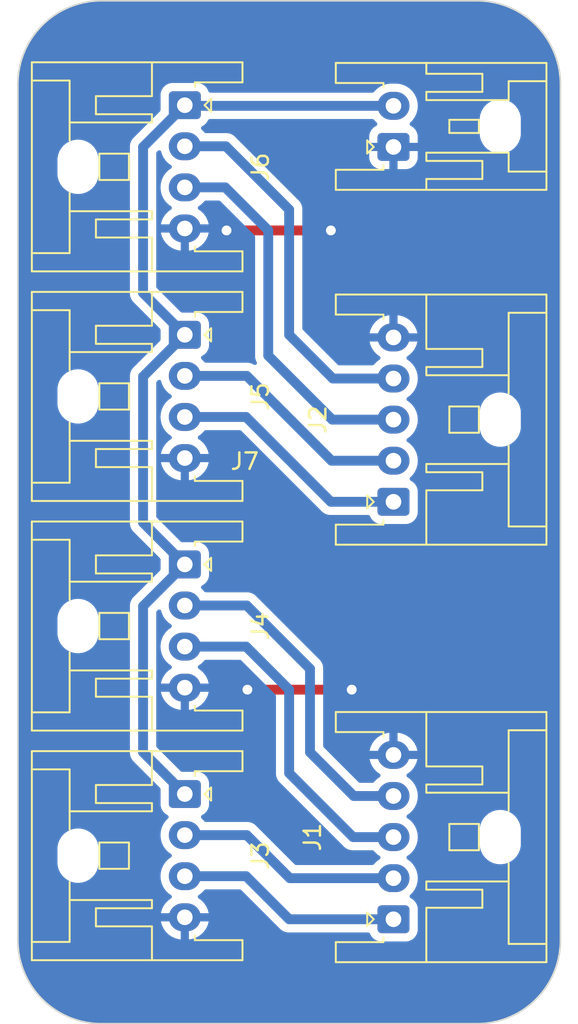
<source format=kicad_pcb>
(kicad_pcb (version 20221018) (generator pcbnew)
  (layers (0 "F.Cu" signal) (31 "B.Cu" signal) (34 "B.Paste" user) (35 "F.Paste" user) (36 "B.SilkS" user "B.Silkscreen") (37 "F.SilkS" user "F.Silkscreen") (38 "B.Mask" user) (39 "F.Mask" user) (44 "Edge.Cuts" user))
  (net 0 "")
  (net 1 "/EC1B_PC4")
  (net 2 "/EC1A_PC5")
  (net 3 "/EC2B_PC6")
  (net 4 "/EC2A_PC7")
  (net 5 "GND")
  (net 6 "/EC3B_PC8")
  (net 7 "/EC3A_PC9")
  (net 8 "/EC4B_PC10")
  (net 9 "/EC4A_PC11")
  (net 10 "VCC")
  (footprint "Connector_JST:JST_XA_S04B-XASK-1_1x04_P2.50mm_Horizontal" (layer "F.Cu") (at 128.27 91.44 -90)
    (fp_text reference "J5" (at 3.75 -4.6 90) (layer "F.SilkS"))
    (fp_text value "Conn_01x04_Socket")
    (fp_line (start -2.61 -3.51) (end -2.61 9.31) (stroke (width 0.12)) (layer "F.SilkS"))
    (fp_line (start -2.61 9.31) (end 10.11 9.31) (stroke (width 0.12)) (layer "F.SilkS"))
    (fp_line (start -1.5 7.01) (end 2.15 7.01) (stroke (width 0.12)) (layer "F.SilkS"))
    (fp_line (start -1.5 9.31) (end -1.5 7.01) (stroke (width 0.12)) (layer "F.SilkS"))
    (fp_line (start -1.39 -3.51) (end -2.61 -3.51) (stroke (width 0.12)) (layer "F.SilkS"))
    (fp_line (start -1.39 -0.61) (end -1.39 -3.51) (stroke (width 0.12)) (layer "F.SilkS"))
    (fp_line (start -1.11 -0.61) (end -1.39 -0.61) (stroke (width 0.12)) (layer "F.SilkS"))
    (fp_line (start -0.55 2) (end -2.61 2) (stroke (width 0.12)) (layer "F.SilkS"))
    (fp_line (start -0.55 5.41) (end -0.55 2) (stroke (width 0.12)) (layer "F.SilkS"))
    (fp_line (start -0.4 -1.6) (end 0.4 -1.6) (stroke (width 0.12)) (layer "F.SilkS"))
    (fp_line (start 0 -1.2) (end -0.4 -1.6) (stroke (width 0.12)) (layer "F.SilkS"))
    (fp_line (start 0.4 -1.6) (end 0 -1.2) (stroke (width 0.12)) (layer "F.SilkS"))
    (fp_line (start 0.55 2) (end 0.55 5.41) (stroke (width 0.12)) (layer "F.SilkS"))
    (fp_line (start 0.55 5.41) (end -0.55 5.41) (stroke (width 0.12)) (layer "F.SilkS"))
    (fp_line (start 1.05 2) (end 0.55 2) (stroke (width 0.12)) (layer "F.SilkS"))
    (fp_line (start 1.05 7.01) (end 1.05 2) (stroke (width 0.12)) (layer "F.SilkS"))
    (fp_line (start 2.95 3.4) (end 4.55 3.4) (stroke (width 0.12)) (layer "F.SilkS"))
    (fp_line (start 2.95 5.2) (end 2.95 3.4) (stroke (width 0.12)) (layer "F.SilkS"))
    (fp_line (start 4.55 3.4) (end 4.55 5.2) (stroke (width 0.12)) (layer "F.SilkS"))
    (fp_line (start 4.55 5.2) (end 2.95 5.2) (stroke (width 0.12)) (layer "F.SilkS"))
    (fp_line (start 5.35 7.01) (end 9 7.01) (stroke (width 0.12)) (layer "F.SilkS"))
    (fp_line (start 6.45 2) (end 6.95 2) (stroke (width 0.12)) (layer "F.SilkS"))
    (fp_line (start 6.45 7.01) (end 6.45 2) (stroke (width 0.12)) (layer "F.SilkS"))
    (fp_line (start 6.95 2) (end 6.95 5.41) (stroke (width 0.12)) (layer "F.SilkS"))
    (fp_line (start 6.95 5.41) (end 8.05 5.41) (stroke (width 0.12)) (layer "F.SilkS"))
    (fp_line (start 8.05 2) (end 10.11 2) (stroke (width 0.12)) (layer "F.SilkS"))
    (fp_line (start 8.05 5.41) (end 8.05 2) (stroke (width 0.12)) (layer "F.SilkS"))
    (fp_line (start 8.89 -3.51) (end 8.89 -0.61) (stroke (width 0.12)) (layer "F.SilkS"))
    (fp_line (start 8.89 -0.61) (end 8.61 -0.61) (stroke (width 0.12)) (layer "F.SilkS"))
    (fp_line (start 9 7.01) (end 9 9.31) (stroke (width 0.12)) (layer "F.SilkS"))
    (fp_line (start 10.11 -3.51) (end 8.89 -3.51) (stroke (width 0.12)) (layer "F.SilkS"))
    (fp_line (start 10.11 9.31) (end 10.11 -3.51) (stroke (width 0.12)) (layer "F.SilkS"))
    (pad "" np_thru_hole oval (at 3.75 6.5 270) (size 2.8 2) (drill oval 2.8 2) (layers "*.Cu" "*.Mask"))
    (pad "1" thru_hole roundrect (at 0 0 270) (size 1.7 1.95) (drill 0.95) (layers "*.Cu" "*.Mask") (roundrect_rratio 0.1470588235) (net 10 "VCC"))
    (pad "2" thru_hole oval (at 2.5 0 270) (size 1.7 1.95) (drill 0.95) (layers "*.Cu" "*.Mask") (net 7 "/EC3A_PC9"))
    (pad "3" thru_hole oval (at 5 0 270) (size 1.7 1.95) (drill 0.95) (layers "*.Cu" "*.Mask") (net 6 "/EC3B_PC8"))
    (pad "4" thru_hole oval (at 7.5 0 270) (size 1.7 1.95) (drill 0.95) (layers "*.Cu" "*.Mask") (net 5 "GND"))
  )
  (footprint "Connector_JST:JST_XA_S05B-XASK-1_1x05_P2.50mm_Horizontal" (layer "F.Cu") (at 140.97 127 90)
    (fp_text reference "J1" (at 5 -4.93 90) (layer "F.SilkS"))
    (fp_text value "Conn_01x05_Socket")
    (fp_line (start -2.61 -3.51) (end -2.61 9.31) (stroke (width 0.12)) (layer "F.SilkS"))
    (fp_line (start -2.61 9.31) (end 12.61 9.31) (stroke (width 0.12)) (layer "F.SilkS"))
    (fp_line (start -1.5 7.01) (end 3.4 7.01) (stroke (width 0.12)) (layer "F.SilkS"))
    (fp_line (start -1.5 9.31) (end -1.5 7.01) (stroke (width 0.12)) (layer "F.SilkS"))
    (fp_line (start -1.39 -3.51) (end -2.61 -3.51) (stroke (width 0.12)) (layer "F.SilkS"))
    (fp_line (start -1.39 -0.61) (end -1.39 -3.51) (stroke (width 0.12)) (layer "F.SilkS"))
    (fp_line (start -1.11 -0.61) (end -1.39 -0.61) (stroke (width 0.12)) (layer "F.SilkS"))
    (fp_line (start -0.4 -1.6) (end 0.4 -1.6) (stroke (width 0.12)) (layer "F.SilkS"))
    (fp_line (start 0 -1.2) (end -0.4 -1.6) (stroke (width 0.12)) (layer "F.SilkS"))
    (fp_line (start 0.4 -1.6) (end 0 -1.2) (stroke (width 0.12)) (layer "F.SilkS"))
    (fp_line (start 0.7 2) (end -2.61 2) (stroke (width 0.12)) (layer "F.SilkS"))
    (fp_line (start 0.7 5.41) (end 0.7 2) (stroke (width 0.12)) (layer "F.SilkS"))
    (fp_line (start 1.8 2) (end 1.8 5.41) (stroke (width 0.12)) (layer "F.SilkS"))
    (fp_line (start 1.8 5.41) (end 0.7 5.41) (stroke (width 0.12)) (layer "F.SilkS"))
    (fp_line (start 2.3 2) (end 1.8 2) (stroke (width 0.12)) (layer "F.SilkS"))
    (fp_line (start 2.3 7.01) (end 2.3 2) (stroke (width 0.12)) (layer "F.SilkS"))
    (fp_line (start 4.2 3.4) (end 5.8 3.4) (stroke (width 0.12)) (layer "F.SilkS"))
    (fp_line (start 4.2 5.2) (end 4.2 3.4) (stroke (width 0.12)) (layer "F.SilkS"))
    (fp_line (start 5.8 3.4) (end 5.8 5.2) (stroke (width 0.12)) (layer "F.SilkS"))
    (fp_line (start 5.8 5.2) (end 4.2 5.2) (stroke (width 0.12)) (layer "F.SilkS"))
    (fp_line (start 6.6 7.01) (end 11.5 7.01) (stroke (width 0.12)) (layer "F.SilkS"))
    (fp_line (start 7.7 2) (end 8.2 2) (stroke (width 0.12)) (layer "F.SilkS"))
    (fp_line (start 7.7 7.01) (end 7.7 2) (stroke (width 0.12)) (layer "F.SilkS"))
    (fp_line (start 8.2 2) (end 8.2 5.41) (stroke (width 0.12)) (layer "F.SilkS"))
    (fp_line (start 8.2 5.41) (end 9.3 5.41) (stroke (width 0.12)) (layer "F.SilkS"))
    (fp_line (start 9.3 2) (end 12.61 2) (stroke (width 0.12)) (layer "F.SilkS"))
    (fp_line (start 9.3 5.41) (end 9.3 2) (stroke (width 0.12)) (layer "F.SilkS"))
    (fp_line (start 11.39 -3.51) (end 11.39 -0.61) (stroke (width 0.12)) (layer "F.SilkS"))
    (fp_line (start 11.39 -0.61) (end 11.11 -0.61) (stroke (width 0.12)) (layer "F.SilkS"))
    (fp_line (start 11.5 7.01) (end 11.5 9.31) (stroke (width 0.12)) (layer "F.SilkS"))
    (fp_line (start 12.61 -3.51) (end 11.39 -3.51) (stroke (width 0.12)) (layer "F.SilkS"))
    (fp_line (start 12.61 9.31) (end 12.61 -3.51) (stroke (width 0.12)) (layer "F.SilkS"))
    (pad "" np_thru_hole oval (at 5 6.5 90) (size 2.8 2) (drill oval 2.8 2) (layers "*.Cu" "*.Mask"))
    (pad "1" thru_hole roundrect (at 0 0 90) (size 1.7 1.95) (drill 0.95) (layers "*.Cu" "*.Mask") (roundrect_rratio 0.1470588235) (net 1 "/EC1B_PC4"))
    (pad "2" thru_hole oval (at 2.5 0 90) (size 1.7 1.95) (drill 0.95) (layers "*.Cu" "*.Mask") (net 2 "/EC1A_PC5"))
    (pad "3" thru_hole oval (at 5 0 90) (size 1.7 1.95) (drill 0.95) (layers "*.Cu" "*.Mask") (net 3 "/EC2B_PC6"))
    (pad "4" thru_hole oval (at 7.5 0 90) (size 1.7 1.95) (drill 0.95) (layers "*.Cu" "*.Mask") (net 4 "/EC2A_PC7"))
    (pad "5" thru_hole oval (at 10 0 90) (size 1.7 1.95) (drill 0.95) (layers "*.Cu" "*.Mask") (net 5 "GND"))
  )
  (footprint "Connector_JST:JST_XA_S04B-XASK-1_1x04_P2.50mm_Horizontal" (layer "F.Cu") (at 128.27 105.41 -90)
    (fp_text reference "J4" (at 3.75 -4.6 90) (layer "F.SilkS"))
    (fp_text value "Conn_01x04_Socket")
    (fp_line (start -2.61 -3.51) (end -2.61 9.31) (stroke (width 0.12)) (layer "F.SilkS"))
    (fp_line (start -2.61 9.31) (end 10.11 9.31) (stroke (width 0.12)) (layer "F.SilkS"))
    (fp_line (start -1.5 7.01) (end 2.15 7.01) (stroke (width 0.12)) (layer "F.SilkS"))
    (fp_line (start -1.5 9.31) (end -1.5 7.01) (stroke (width 0.12)) (layer "F.SilkS"))
    (fp_line (start -1.39 -3.51) (end -2.61 -3.51) (stroke (width 0.12)) (layer "F.SilkS"))
    (fp_line (start -1.39 -0.61) (end -1.39 -3.51) (stroke (width 0.12)) (layer "F.SilkS"))
    (fp_line (start -1.11 -0.61) (end -1.39 -0.61) (stroke (width 0.12)) (layer "F.SilkS"))
    (fp_line (start -0.55 2) (end -2.61 2) (stroke (width 0.12)) (layer "F.SilkS"))
    (fp_line (start -0.55 5.41) (end -0.55 2) (stroke (width 0.12)) (layer "F.SilkS"))
    (fp_line (start -0.4 -1.6) (end 0.4 -1.6) (stroke (width 0.12)) (layer "F.SilkS"))
    (fp_line (start 0 -1.2) (end -0.4 -1.6) (stroke (width 0.12)) (layer "F.SilkS"))
    (fp_line (start 0.4 -1.6) (end 0 -1.2) (stroke (width 0.12)) (layer "F.SilkS"))
    (fp_line (start 0.55 2) (end 0.55 5.41) (stroke (width 0.12)) (layer "F.SilkS"))
    (fp_line (start 0.55 5.41) (end -0.55 5.41) (stroke (width 0.12)) (layer "F.SilkS"))
    (fp_line (start 1.05 2) (end 0.55 2) (stroke (width 0.12)) (layer "F.SilkS"))
    (fp_line (start 1.05 7.01) (end 1.05 2) (stroke (width 0.12)) (layer "F.SilkS"))
    (fp_line (start 2.95 3.4) (end 4.55 3.4) (stroke (width 0.12)) (layer "F.SilkS"))
    (fp_line (start 2.95 5.2) (end 2.95 3.4) (stroke (width 0.12)) (layer "F.SilkS"))
    (fp_line (start 4.55 3.4) (end 4.55 5.2) (stroke (width 0.12)) (layer "F.SilkS"))
    (fp_line (start 4.55 5.2) (end 2.95 5.2) (stroke (width 0.12)) (layer "F.SilkS"))
    (fp_line (start 5.35 7.01) (end 9 7.01) (stroke (width 0.12)) (layer "F.SilkS"))
    (fp_line (start 6.45 2) (end 6.95 2) (stroke (width 0.12)) (layer "F.SilkS"))
    (fp_line (start 6.45 7.01) (end 6.45 2) (stroke (width 0.12)) (layer "F.SilkS"))
    (fp_line (start 6.95 2) (end 6.95 5.41) (stroke (width 0.12)) (layer "F.SilkS"))
    (fp_line (start 6.95 5.41) (end 8.05 5.41) (stroke (width 0.12)) (layer "F.SilkS"))
    (fp_line (start 8.05 2) (end 10.11 2) (stroke (width 0.12)) (layer "F.SilkS"))
    (fp_line (start 8.05 5.41) (end 8.05 2) (stroke (width 0.12)) (layer "F.SilkS"))
    (fp_line (start 8.89 -3.51) (end 8.89 -0.61) (stroke (width 0.12)) (layer "F.SilkS"))
    (fp_line (start 8.89 -0.61) (end 8.61 -0.61) (stroke (width 0.12)) (layer "F.SilkS"))
    (fp_line (start 9 7.01) (end 9 9.31) (stroke (width 0.12)) (layer "F.SilkS"))
    (fp_line (start 10.11 -3.51) (end 8.89 -3.51) (stroke (width 0.12)) (layer "F.SilkS"))
    (fp_line (start 10.11 9.31) (end 10.11 -3.51) (stroke (width 0.12)) (layer "F.SilkS"))
    (pad "" np_thru_hole oval (at 3.75 6.5 270) (size 2.8 2) (drill oval 2.8 2) (layers "*.Cu" "*.Mask"))
    (pad "1" thru_hole roundrect (at 0 0 270) (size 1.7 1.95) (drill 0.95) (layers "*.Cu" "*.Mask") (roundrect_rratio 0.1470588235) (net 10 "VCC"))
    (pad "2" thru_hole oval (at 2.5 0 270) (size 1.7 1.95) (drill 0.95) (layers "*.Cu" "*.Mask") (net 4 "/EC2A_PC7"))
    (pad "3" thru_hole oval (at 5 0 270) (size 1.7 1.95) (drill 0.95) (layers "*.Cu" "*.Mask") (net 3 "/EC2B_PC6"))
    (pad "4" thru_hole oval (at 7.5 0 270) (size 1.7 1.95) (drill 0.95) (layers "*.Cu" "*.Mask") (net 5 "GND"))
  )
  (footprint "Connector_JST:JST_XA_S02B-XASK-1_1x02_P2.50mm_Horizontal" (layer "F.Cu") (at 140.97 80.01 90)
    (fp_text reference "J7" (at -19.13 -9.05) (layer "F.SilkS"))
    (fp_text value "Conn_01x02_Socket")
    (fp_line (start -2.61 -3.51) (end -2.61 9.31) (stroke (width 0.12)) (layer "F.SilkS"))
    (fp_line (start -2.61 9.31) (end 5.11 9.31) (stroke (width 0.12)) (layer "F.SilkS"))
    (fp_line (start -1.95 2) (end -2.61 2) (stroke (width 0.12)) (layer "F.SilkS"))
    (fp_line (start -1.95 5.41) (end -1.95 2) (stroke (width 0.12)) (layer "F.SilkS"))
    (fp_line (start -1.5 7.01) (end -0.35 7.01) (stroke (width 0.12)) (layer "F.SilkS"))
    (fp_line (start -1.5 9.31) (end -1.5 7.01) (stroke (width 0.12)) (layer "F.SilkS"))
    (fp_line (start -1.39 -3.51) (end -2.61 -3.51) (stroke (width 0.12)) (layer "F.SilkS"))
    (fp_line (start -1.39 -0.61) (end -1.39 -3.51) (stroke (width 0.12)) (layer "F.SilkS"))
    (fp_line (start -1.11 -0.61) (end -1.39 -0.61) (stroke (width 0.12)) (layer "F.SilkS"))
    (fp_line (start -0.85 2) (end -0.85 5.41) (stroke (width 0.12)) (layer "F.SilkS"))
    (fp_line (start -0.85 5.41) (end -1.95 5.41) (stroke (width 0.12)) (layer "F.SilkS"))
    (fp_line (start -0.4 -1.6) (end 0.4 -1.6) (stroke (width 0.12)) (layer "F.SilkS"))
    (fp_line (start -0.35 2) (end -0.85 2) (stroke (width 0.12)) (layer "F.SilkS"))
    (fp_line (start -0.35 7.01) (end -0.35 2) (stroke (width 0.12)) (layer "F.SilkS"))
    (fp_line (start 0 -1.2) (end -0.4 -1.6) (stroke (width 0.12)) (layer "F.SilkS"))
    (fp_line (start 0.4 -1.6) (end 0 -1.2) (stroke (width 0.12)) (layer "F.SilkS"))
    (fp_line (start 0.85 3.4) (end 1.65 3.4) (stroke (width 0.12)) (layer "F.SilkS"))
    (fp_line (start 0.85 5.2) (end 0.85 3.4) (stroke (width 0.12)) (layer "F.SilkS"))
    (fp_line (start 1.65 3.4) (end 1.65 5.2) (stroke (width 0.12)) (layer "F.SilkS"))
    (fp_line (start 1.65 5.2) (end 0.85 5.2) (stroke (width 0.12)) (layer "F.SilkS"))
    (fp_line (start 2.85 2) (end 3.35 2) (stroke (width 0.12)) (layer "F.SilkS"))
    (fp_line (start 2.85 7.01) (end 2.85 2) (stroke (width 0.12)) (layer "F.SilkS"))
    (fp_line (start 2.85 7.01) (end 4 7.01) (stroke (width 0.12)) (layer "F.SilkS"))
    (fp_line (start 3.35 2) (end 3.35 5.41) (stroke (width 0.12)) (layer "F.SilkS"))
    (fp_line (start 3.35 5.41) (end 4.45 5.41) (stroke (width 0.12)) (layer "F.SilkS"))
    (fp_line (start 3.89 -3.51) (end 3.89 -0.61) (stroke (width 0.12)) (layer "F.SilkS"))
    (fp_line (start 3.89 -0.61) (end 3.61 -0.61) (stroke (width 0.12)) (layer "F.SilkS"))
    (fp_line (start 4 7.01) (end 4 9.31) (stroke (width 0.12)) (layer "F.SilkS"))
    (fp_line (start 4.45 2) (end 5.11 2) (stroke (width 0.12)) (layer "F.SilkS"))
    (fp_line (start 4.45 5.41) (end 4.45 2) (stroke (width 0.12)) (layer "F.SilkS"))
    (fp_line (start 5.11 -3.51) (end 3.89 -3.51) (stroke (width 0.12)) (layer "F.SilkS"))
    (fp_line (start 5.11 9.31) (end 5.11 -3.51) (stroke (width 0.12)) (layer "F.SilkS"))
    (pad "" np_thru_hole oval (at 1.25 6.5 90) (size 2.8 2) (drill oval 2.8 2) (layers "*.Cu" "*.Mask"))
    (pad "1" thru_hole roundrect (at 0 0 90) (size 1.7 1.95) (drill 0.95) (layers "*.Cu" "*.Mask") (roundrect_rratio 0.1470588235) (net 5 "GND"))
    (pad "2" thru_hole oval (at 2.5 0 90) (size 1.7 1.95) (drill 0.95) (layers "*.Cu" "*.Mask") (net 10 "VCC"))
  )
  (footprint "Connector_JST:JST_XA_S04B-XASK-1_1x04_P2.50mm_Horizontal" (layer "F.Cu") (at 128.27 119.38 -90)
    (fp_text reference "J3" (at 3.75 -4.6 90) (layer "F.SilkS"))
    (fp_text value "Conn_01x04_Socket")
    (fp_line (start -2.61 -3.51) (end -2.61 9.31) (stroke (width 0.12)) (layer "F.SilkS"))
    (fp_line (start -2.61 9.31) (end 10.11 9.31) (stroke (width 0.12)) (layer "F.SilkS"))
    (fp_line (start -1.5 7.01) (end 2.15 7.01) (stroke (width 0.12)) (layer "F.SilkS"))
    (fp_line (start -1.5 9.31) (end -1.5 7.01) (stroke (width 0.12)) (layer "F.SilkS"))
    (fp_line (start -1.39 -3.51) (end -2.61 -3.51) (stroke (width 0.12)) (layer "F.SilkS"))
    (fp_line (start -1.39 -0.61) (end -1.39 -3.51) (stroke (width 0.12)) (layer "F.SilkS"))
    (fp_line (start -1.11 -0.61) (end -1.39 -0.61) (stroke (width 0.12)) (layer "F.SilkS"))
    (fp_line (start -0.55 2) (end -2.61 2) (stroke (width 0.12)) (layer "F.SilkS"))
    (fp_line (start -0.55 5.41) (end -0.55 2) (stroke (width 0.12)) (layer "F.SilkS"))
    (fp_line (start -0.4 -1.6) (end 0.4 -1.6) (stroke (width 0.12)) (layer "F.SilkS"))
    (fp_line (start 0 -1.2) (end -0.4 -1.6) (stroke (width 0.12)) (layer "F.SilkS"))
    (fp_line (start 0.4 -1.6) (end 0 -1.2) (stroke (width 0.12)) (layer "F.SilkS"))
    (fp_line (start 0.55 2) (end 0.55 5.41) (stroke (width 0.12)) (layer "F.SilkS"))
    (fp_line (start 0.55 5.41) (end -0.55 5.41) (stroke (width 0.12)) (layer "F.SilkS"))
    (fp_line (start 1.05 2) (end 0.55 2) (stroke (width 0.12)) (layer "F.SilkS"))
    (fp_line (start 1.05 7.01) (end 1.05 2) (stroke (width 0.12)) (layer "F.SilkS"))
    (fp_line (start 2.95 3.4) (end 4.55 3.4) (stroke (width 0.12)) (layer "F.SilkS"))
    (fp_line (start 2.95 5.2) (end 2.95 3.4) (stroke (width 0.12)) (layer "F.SilkS"))
    (fp_line (start 4.55 3.4) (end 4.55 5.2) (stroke (width 0.12)) (layer "F.SilkS"))
    (fp_line (start 4.55 5.2) (end 2.95 5.2) (stroke (width 0.12)) (layer "F.SilkS"))
    (fp_line (start 5.35 7.01) (end 9 7.01) (stroke (width 0.12)) (layer "F.SilkS"))
    (fp_line (start 6.45 2) (end 6.95 2) (stroke (width 0.12)) (layer "F.SilkS"))
    (fp_line (start 6.45 7.01) (end 6.45 2) (stroke (width 0.12)) (layer "F.SilkS"))
    (fp_line (start 6.95 2) (end 6.95 5.41) (stroke (width 0.12)) (layer "F.SilkS"))
    (fp_line (start 6.95 5.41) (end 8.05 5.41) (stroke (width 0.12)) (layer "F.SilkS"))
    (fp_line (start 8.05 2) (end 10.11 2) (stroke (width 0.12)) (layer "F.SilkS"))
    (fp_line (start 8.05 5.41) (end 8.05 2) (stroke (width 0.12)) (layer "F.SilkS"))
    (fp_line (start 8.89 -3.51) (end 8.89 -0.61) (stroke (width 0.12)) (layer "F.SilkS"))
    (fp_line (start 8.89 -0.61) (end 8.61 -0.61) (stroke (width 0.12)) (layer "F.SilkS"))
    (fp_line (start 9 7.01) (end 9 9.31) (stroke (width 0.12)) (layer "F.SilkS"))
    (fp_line (start 10.11 -3.51) (end 8.89 -3.51) (stroke (width 0.12)) (layer "F.SilkS"))
    (fp_line (start 10.11 9.31) (end 10.11 -3.51) (stroke (width 0.12)) (layer "F.SilkS"))
    (pad "" np_thru_hole oval (at 3.75 6.5 270) (size 2.8 2) (drill oval 2.8 2) (layers "*.Cu" "*.Mask"))
    (pad "1" thru_hole roundrect (at 0 0 270) (size 1.7 1.95) (drill 0.95) (layers "*.Cu" "*.Mask") (roundrect_rratio 0.1470588235) (net 10 "VCC"))
    (pad "2" thru_hole oval (at 2.5 0 270) (size 1.7 1.95) (drill 0.95) (layers "*.Cu" "*.Mask") (net 2 "/EC1A_PC5"))
    (pad "3" thru_hole oval (at 5 0 270) (size 1.7 1.95) (drill 0.95) (layers "*.Cu" "*.Mask") (net 1 "/EC1B_PC4"))
    (pad "4" thru_hole oval (at 7.5 0 270) (size 1.7 1.95) (drill 0.95) (layers "*.Cu" "*.Mask") (net 5 "GND"))
  )
  (footprint "Connector_JST:JST_XA_S05B-XASK-1_1x05_P2.50mm_Horizontal" (layer "F.Cu") (at 140.97 101.6 90)
    (fp_text reference "J2" (at 5 -4.6 90) (layer "F.SilkS"))
    (fp_text value "Conn_01x05_Socket")
    (fp_line (start -2.61 -3.51) (end -2.61 9.31) (stroke (width 0.12)) (layer "F.SilkS"))
    (fp_line (start -2.61 9.31) (end 12.61 9.31) (stroke (width 0.12)) (layer "F.SilkS"))
    (fp_line (start -1.5 7.01) (end 3.4 7.01) (stroke (width 0.12)) (layer "F.SilkS"))
    (fp_line (start -1.5 9.31) (end -1.5 7.01) (stroke (width 0.12)) (layer "F.SilkS"))
    (fp_line (start -1.39 -3.51) (end -2.61 -3.51) (stroke (width 0.12)) (layer "F.SilkS"))
    (fp_line (start -1.39 -0.61) (end -1.39 -3.51) (stroke (width 0.12)) (layer "F.SilkS"))
    (fp_line (start -1.11 -0.61) (end -1.39 -0.61) (stroke (width 0.12)) (layer "F.SilkS"))
    (fp_line (start -0.4 -1.6) (end 0.4 -1.6) (stroke (width 0.12)) (layer "F.SilkS"))
    (fp_line (start 0 -1.2) (end -0.4 -1.6) (stroke (width 0.12)) (layer "F.SilkS"))
    (fp_line (start 0.4 -1.6) (end 0 -1.2) (stroke (width 0.12)) (layer "F.SilkS"))
    (fp_line (start 0.7 2) (end -2.61 2) (stroke (width 0.12)) (layer "F.SilkS"))
    (fp_line (start 0.7 5.41) (end 0.7 2) (stroke (width 0.12)) (layer "F.SilkS"))
    (fp_line (start 1.8 2) (end 1.8 5.41) (stroke (width 0.12)) (layer "F.SilkS"))
    (fp_line (start 1.8 5.41) (end 0.7 5.41) (stroke (width 0.12)) (layer "F.SilkS"))
    (fp_line (start 2.3 2) (end 1.8 2) (stroke (width 0.12)) (layer "F.SilkS"))
    (fp_line (start 2.3 7.01) (end 2.3 2) (stroke (width 0.12)) (layer "F.SilkS"))
    (fp_line (start 4.2 3.4) (end 5.8 3.4) (stroke (width 0.12)) (layer "F.SilkS"))
    (fp_line (start 4.2 5.2) (end 4.2 3.4) (stroke (width 0.12)) (layer "F.SilkS"))
    (fp_line (start 5.8 3.4) (end 5.8 5.2) (stroke (width 0.12)) (layer "F.SilkS"))
    (fp_line (start 5.8 5.2) (end 4.2 5.2) (stroke (width 0.12)) (layer "F.SilkS"))
    (fp_line (start 6.6 7.01) (end 11.5 7.01) (stroke (width 0.12)) (layer "F.SilkS"))
    (fp_line (start 7.7 2) (end 8.2 2) (stroke (width 0.12)) (layer "F.SilkS"))
    (fp_line (start 7.7 7.01) (end 7.7 2) (stroke (width 0.12)) (layer "F.SilkS"))
    (fp_line (start 8.2 2) (end 8.2 5.41) (stroke (width 0.12)) (layer "F.SilkS"))
    (fp_line (start 8.2 5.41) (end 9.3 5.41) (stroke (width 0.12)) (layer "F.SilkS"))
    (fp_line (start 9.3 2) (end 12.61 2) (stroke (width 0.12)) (layer "F.SilkS"))
    (fp_line (start 9.3 5.41) (end 9.3 2) (stroke (width 0.12)) (layer "F.SilkS"))
    (fp_line (start 11.39 -3.51) (end 11.39 -0.61) (stroke (width 0.12)) (layer "F.SilkS"))
    (fp_line (start 11.39 -0.61) (end 11.11 -0.61) (stroke (width 0.12)) (layer "F.SilkS"))
    (fp_line (start 11.5 7.01) (end 11.5 9.31) (stroke (width 0.12)) (layer "F.SilkS"))
    (fp_line (start 12.61 -3.51) (end 11.39 -3.51) (stroke (width 0.12)) (layer "F.SilkS"))
    (fp_line (start 12.61 9.31) (end 12.61 -3.51) (stroke (width 0.12)) (layer "F.SilkS"))
    (pad "" np_thru_hole oval (at 5 6.5 90) (size 2.8 2) (drill oval 2.8 2) (layers "*.Cu" "*.Mask"))
    (pad "1" thru_hole roundrect (at 0 0 90) (size 1.7 1.95) (drill 0.95) (layers "*.Cu" "*.Mask") (roundrect_rratio 0.1470588235) (net 6 "/EC3B_PC8"))
    (pad "2" thru_hole oval (at 2.5 0 90) (size 1.7 1.95) (drill 0.95) (layers "*.Cu" "*.Mask") (net 7 "/EC3A_PC9"))
    (pad "3" thru_hole oval (at 5 0 90) (size 1.7 1.95) (drill 0.95) (layers "*.Cu" "*.Mask") (net 8 "/EC4B_PC10"))
    (pad "4" thru_hole oval (at 7.5 0 90) (size 1.7 1.95) (drill 0.95) (layers "*.Cu" "*.Mask") (net 9 "/EC4A_PC11"))
    (pad "5" thru_hole oval (at 10 0 90) (size 1.7 1.95) (drill 0.95) (layers "*.Cu" "*.Mask") (net 5 "GND"))
  )
  (footprint "Connector_JST:JST_XA_S04B-XASK-1_1x04_P2.50mm_Horizontal" (layer "F.Cu") (at 128.27 77.47 -90)
    (fp_text reference "J6" (at 3.75 -4.6 90) (layer "F.SilkS"))
    (fp_text value "Conn_01x04_Socket")
    (fp_line (start -2.61 -3.51) (end -2.61 9.31) (stroke (width 0.12)) (layer "F.SilkS"))
    (fp_line (start -2.61 9.31) (end 10.11 9.31) (stroke (width 0.12)) (layer "F.SilkS"))
    (fp_line (start -1.5 7.01) (end 2.15 7.01) (stroke (width 0.12)) (layer "F.SilkS"))
    (fp_line (start -1.5 9.31) (end -1.5 7.01) (stroke (width 0.12)) (layer "F.SilkS"))
    (fp_line (start -1.39 -3.51) (end -2.61 -3.51) (stroke (width 0.12)) (layer "F.SilkS"))
    (fp_line (start -1.39 -0.61) (end -1.39 -3.51) (stroke (width 0.12)) (layer "F.SilkS"))
    (fp_line (start -1.11 -0.61) (end -1.39 -0.61) (stroke (width 0.12)) (layer "F.SilkS"))
    (fp_line (start -0.55 2) (end -2.61 2) (stroke (width 0.12)) (layer "F.SilkS"))
    (fp_line (start -0.55 5.41) (end -0.55 2) (stroke (width 0.12)) (layer "F.SilkS"))
    (fp_line (start -0.4 -1.6) (end 0.4 -1.6) (stroke (width 0.12)) (layer "F.SilkS"))
    (fp_line (start 0 -1.2) (end -0.4 -1.6) (stroke (width 0.12)) (layer "F.SilkS"))
    (fp_line (start 0.4 -1.6) (end 0 -1.2) (stroke (width 0.12)) (layer "F.SilkS"))
    (fp_line (start 0.55 2) (end 0.55 5.41) (stroke (width 0.12)) (layer "F.SilkS"))
    (fp_line (start 0.55 5.41) (end -0.55 5.41) (stroke (width 0.12)) (layer "F.SilkS"))
    (fp_line (start 1.05 2) (end 0.55 2) (stroke (width 0.12)) (layer "F.SilkS"))
    (fp_line (start 1.05 7.01) (end 1.05 2) (stroke (width 0.12)) (layer "F.SilkS"))
    (fp_line (start 2.95 3.4) (end 4.55 3.4) (stroke (width 0.12)) (layer "F.SilkS"))
    (fp_line (start 2.95 5.2) (end 2.95 3.4) (stroke (width 0.12)) (layer "F.SilkS"))
    (fp_line (start 4.55 3.4) (end 4.55 5.2) (stroke (width 0.12)) (layer "F.SilkS"))
    (fp_line (start 4.55 5.2) (end 2.95 5.2) (stroke (width 0.12)) (layer "F.SilkS"))
    (fp_line (start 5.35 7.01) (end 9 7.01) (stroke (width 0.12)) (layer "F.SilkS"))
    (fp_line (start 6.45 2) (end 6.95 2) (stroke (width 0.12)) (layer "F.SilkS"))
    (fp_line (start 6.45 7.01) (end 6.45 2) (stroke (width 0.12)) (layer "F.SilkS"))
    (fp_line (start 6.95 2) (end 6.95 5.41) (stroke (width 0.12)) (layer "F.SilkS"))
    (fp_line (start 6.95 5.41) (end 8.05 5.41) (stroke (width 0.12)) (layer "F.SilkS"))
    (fp_line (start 8.05 2) (end 10.11 2) (stroke (width 0.12)) (layer "F.SilkS"))
    (fp_line (start 8.05 5.41) (end 8.05 2) (stroke (width 0.12)) (layer "F.SilkS"))
    (fp_line (start 8.89 -3.51) (end 8.89 -0.61) (stroke (width 0.12)) (layer "F.SilkS"))
    (fp_line (start 8.89 -0.61) (end 8.61 -0.61) (stroke (width 0.12)) (layer "F.SilkS"))
    (fp_line (start 9 7.01) (end 9 9.31) (stroke (width 0.12)) (layer "F.SilkS"))
    (fp_line (start 10.11 -3.51) (end 8.89 -3.51) (stroke (width 0.12)) (layer "F.SilkS"))
    (fp_line (start 10.11 9.31) (end 10.11 -3.51) (stroke (width 0.12)) (layer "F.SilkS"))
    (pad "" np_thru_hole oval (at 3.75 6.5 270) (size 2.8 2) (drill oval 2.8 2) (layers "*.Cu" "*.Mask"))
    (pad "1" thru_hole roundrect (at 0 0 270) (size 1.7 1.95) (drill 0.95) (layers "*.Cu" "*.Mask") (roundrect_rratio 0.1470588235) (net 10 "VCC"))
    (pad "2" thru_hole oval (at 2.5 0 270) (size 1.7 1.95) (drill 0.95) (layers "*.Cu" "*.Mask") (net 9 "/EC4A_PC11"))
    (pad "3" thru_hole oval (at 5 0 270) (size 1.7 1.95) (drill 0.95) (layers "*.Cu" "*.Mask") (net 8 "/EC4B_PC10"))
    (pad "4" thru_hole oval (at 7.5 0 270) (size 1.7 1.95) (drill 0.95) (layers "*.Cu" "*.Mask") (net 5 "GND"))
  )
  (gr_arc (start 151.13 128.27) (mid 149.642102 131.862102) (end 146.05 133.35) (stroke (width 0.1)) (layer "Edge.Cuts"))
  (gr_line (start 123.19 71.12) (end 146.05 71.12) (stroke (width 0.1)) (layer "Edge.Cuts"))
  (gr_arc (start 118.11 76.2) (mid 119.597898 72.607898) (end 123.19 71.12) (stroke (width 0.1)) (layer "Edge.Cuts"))
  (gr_line (start 151.13 128.27) (end 151.13 76.2) (stroke (width 0.1)) (layer "Edge.Cuts"))
  (gr_line (start 118.11 76.2) (end 118.11 128.27) (stroke (width 0.1)) (layer "Edge.Cuts"))
  (gr_arc (start 146.05 71.12) (mid 149.642102 72.607898) (end 151.13 76.2) (stroke (width 0.1)) (layer "Edge.Cuts"))
  (gr_arc (start 123.19 133.35) (mid 119.597898 131.862102) (end 118.11 128.27) (stroke (width 0.1)) (layer "Edge.Cuts"))
  (gr_line (start 123.19 133.35) (end 146.05 133.35) (stroke (width 0.1)) (layer "Edge.Cuts"))
  (segment (start 134.62 127) (end 140.97 127) (width 0.6) (layer "B.Cu") (net 1))
  (segment (start 132 124.38) (end 134.62 127) (width 0.6) (layer "B.Cu") (net 1))
  (segment (start 128.27 124.38) (end 132 124.38) (width 0.6) (layer "B.Cu") (net 1))
  (segment (start 140.97 124.5) (end 134.66 124.5) (width 0.6) (layer "B.Cu") (net 2))
  (segment (start 132.04 121.88) (end 128.27 121.88) (width 0.6) (layer "B.Cu") (net 2))
  (segment (start 134.66 124.5) (end 132.04 121.88) (width 0.6) (layer "B.Cu") (net 2))
  (segment (start 140.97 122) (end 138.51 122) (width 0.6) (layer "B.Cu") (net 3))
  (segment (start 134.62 118.11) (end 134.62 113.03) (width 0.6) (layer "B.Cu") (net 3))
  (segment (start 132 110.41) (end 128.27 110.41) (width 0.6) (layer "B.Cu") (net 3))
  (segment (start 138.51 122) (end 134.62 118.11) (width 0.6) (layer "B.Cu") (net 3))
  (segment (start 134.62 113.03) (end 132 110.41) (width 0.6) (layer "B.Cu") (net 3))
  (segment (start 138.55 119.5) (end 135.89 116.84) (width 0.6) (layer "B.Cu") (net 4))
  (segment (start 132.04 107.91) (end 128.27 107.91) (width 0.6) (layer "B.Cu") (net 4))
  (segment (start 140.97 119.5) (end 138.55 119.5) (width 0.6) (layer "B.Cu") (net 4))
  (segment (start 135.89 116.84) (end 135.89 111.76) (width 0.6) (layer "B.Cu") (net 4))
  (segment (start 135.89 111.76) (end 132.04 107.91) (width 0.6) (layer "B.Cu") (net 4))
  (segment (start 138.43 113.03) (end 132.08 113.03) (width 0.6) (layer "F.Cu") (net 5))
  (segment (start 130.81 85.09) (end 137.16 85.09) (width 0.6) (layer "F.Cu") (net 5))
  (via (at 132.08 113.03) (size 1) (drill 0.6) (layers "F.Cu" "B.Cu") (net 5))
  (via (at 137.16 85.09) (size 1) (drill 0.6) (layers "F.Cu" "B.Cu") (net 5))
  (via (at 130.81 85.09) (size 1) (drill 0.6) (layers "F.Cu" "B.Cu") (net 5))
  (via (at 138.43 113.03) (size 1) (drill 0.6) (layers "F.Cu" "B.Cu") (net 5))
  (segment (start 140.97 101.6) (end 137.16 101.6) (width 0.6) (layer "B.Cu") (net 6))
  (segment (start 132 96.44) (end 128.27 96.44) (width 0.6) (layer "B.Cu") (net 6))
  (segment (start 137.16 101.6) (end 132 96.44) (width 0.6) (layer "B.Cu") (net 6))
  (segment (start 137.2 99.1) (end 140.97 99.1) (width 0.6) (layer "B.Cu") (net 7))
  (segment (start 132.04 93.94) (end 137.2 99.1) (width 0.6) (layer "B.Cu") (net 7))
  (segment (start 128.27 93.94) (end 132.04 93.94) (width 0.6) (layer "B.Cu") (net 7))
  (segment (start 140.97 96.6) (end 137.24 96.6) (width 0.6) (layer "B.Cu") (net 8))
  (segment (start 137.24 96.6) (end 133.35 92.71) (width 0.6) (layer "B.Cu") (net 8))
  (segment (start 130.73 82.47) (end 128.27 82.47) (width 0.6) (layer "B.Cu") (net 8))
  (segment (start 133.35 85.09) (end 130.73 82.47) (width 0.6) (layer "B.Cu") (net 8))
  (segment (start 133.35 92.71) (end 133.35 85.09) (width 0.6) (layer "B.Cu") (net 8))
  (segment (start 134.62 83.82) (end 130.77 79.97) (width 0.6) (layer "B.Cu") (net 9))
  (segment (start 137.28 94.1) (end 134.62 91.44) (width 0.6) (layer "B.Cu") (net 9))
  (segment (start 134.62 91.44) (end 134.62 83.82) (width 0.6) (layer "B.Cu") (net 9))
  (segment (start 140.97 94.1) (end 137.28 94.1) (width 0.6) (layer "B.Cu") (net 9))
  (segment (start 130.77 79.97) (end 128.27 79.97) (width 0.6) (layer "B.Cu") (net 9))
  (segment (start 128.27 91.44) (end 125.73 93.98) (width 0.6) (layer "B.Cu") (net 10))
  (segment (start 125.73 102.87) (end 128.27 105.41) (width 0.6) (layer "B.Cu") (net 10))
  (segment (start 125.73 93.98) (end 125.73 102.87) (width 0.6) (layer "B.Cu") (net 10))
  (segment (start 125.73 116.84) (end 128.27 119.38) (width 0.6) (layer "B.Cu") (net 10))
  (segment (start 140.97 77.51) (end 128.31 77.51) (width 0.6) (layer "B.Cu") (net 10))
  (segment (start 125.73 107.95) (end 125.73 116.84) (width 0.6) (layer "B.Cu") (net 10))
  (segment (start 125.73 88.9) (end 128.27 91.44) (width 0.6) (layer "B.Cu") (net 10))
  (segment (start 128.27 77.47) (end 125.73 80.01) (width 0.6) (layer "B.Cu") (net 10))
  (segment (start 128.31 77.51) (end 128.27 77.47) (width 0.6) (layer "B.Cu") (net 10))
  (segment (start 128.27 105.41) (end 125.73 107.95) (width 0.6) (layer "B.Cu") (net 10))
  (segment (start 125.73 80.01) (end 125.73 88.9) (width 0.6) (layer "B.Cu") (net 10))
  (zone (net 5) (net_name "GND") (layer "B.Cu") (connect_pads (clearance 0.5)) (min_thickness 0.25) (fill yes (thermal_gap 0.5) (thermal_bridge_width 0.5))
    (polygon (pts (xy 118.11 71.12) (xy 151.13 71.12) (xy 151.13 133.35) (xy 118.11 133.35)))
  )
)
</source>
